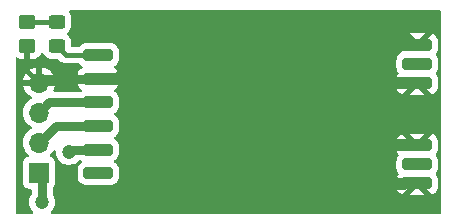
<source format=gbr>
G04 #@! TF.GenerationSoftware,KiCad,Pcbnew,8.0.1*
G04 #@! TF.CreationDate,2024-03-22T12:16:06+01:00*
G04 #@! TF.ProjectId,RTL8812AU_module,52544c38-3831-4324-9155-5f6d6f64756c,rev?*
G04 #@! TF.SameCoordinates,Original*
G04 #@! TF.FileFunction,Copper,L1,Top*
G04 #@! TF.FilePolarity,Positive*
%FSLAX46Y46*%
G04 Gerber Fmt 4.6, Leading zero omitted, Abs format (unit mm)*
G04 Created by KiCad (PCBNEW 8.0.1) date 2024-03-22 12:16:06*
%MOMM*%
%LPD*%
G01*
G04 APERTURE LIST*
G04 Aperture macros list*
%AMRoundRect*
0 Rectangle with rounded corners*
0 $1 Rounding radius*
0 $2 $3 $4 $5 $6 $7 $8 $9 X,Y pos of 4 corners*
0 Add a 4 corners polygon primitive as box body*
4,1,4,$2,$3,$4,$5,$6,$7,$8,$9,$2,$3,0*
0 Add four circle primitives for the rounded corners*
1,1,$1+$1,$2,$3*
1,1,$1+$1,$4,$5*
1,1,$1+$1,$6,$7*
1,1,$1+$1,$8,$9*
0 Add four rect primitives between the rounded corners*
20,1,$1+$1,$2,$3,$4,$5,0*
20,1,$1+$1,$4,$5,$6,$7,0*
20,1,$1+$1,$6,$7,$8,$9,0*
20,1,$1+$1,$8,$9,$2,$3,0*%
G04 Aperture macros list end*
G04 #@! TA.AperFunction,SMDPad,CuDef*
%ADD10RoundRect,0.250000X-1.000000X-0.250000X1.000000X-0.250000X1.000000X0.250000X-1.000000X0.250000X0*%
G04 #@! TD*
G04 #@! TA.AperFunction,SMDPad,CuDef*
%ADD11RoundRect,0.250000X0.450000X-0.350000X0.450000X0.350000X-0.450000X0.350000X-0.450000X-0.350000X0*%
G04 #@! TD*
G04 #@! TA.AperFunction,ComponentPad*
%ADD12R,1.700000X1.700000*%
G04 #@! TD*
G04 #@! TA.AperFunction,ComponentPad*
%ADD13O,1.700000X1.700000*%
G04 #@! TD*
G04 #@! TA.AperFunction,SMDPad,CuDef*
%ADD14RoundRect,0.250000X-0.450000X0.325000X-0.450000X-0.325000X0.450000X-0.325000X0.450000X0.325000X0*%
G04 #@! TD*
G04 #@! TA.AperFunction,ViaPad*
%ADD15C,1.200000*%
G04 #@! TD*
G04 #@! TA.AperFunction,Conductor*
%ADD16C,0.400000*%
G04 #@! TD*
G04 #@! TA.AperFunction,Conductor*
%ADD17C,0.800000*%
G04 #@! TD*
G04 #@! TA.AperFunction,Conductor*
%ADD18C,1.000000*%
G04 #@! TD*
G04 APERTURE END LIST*
D10*
G04 #@! TO.P,U1,12,H12_GND*
G04 #@! TO.N,GND*
X151000000Y-86400000D03*
G04 #@! TO.P,U1,11,H11_NC*
G04 #@! TO.N,unconnected-(U1-H11_NC-Pad11)*
X151000000Y-84800000D03*
G04 #@! TO.P,U1,10,H10_GND*
G04 #@! TO.N,GND*
X151000000Y-83200000D03*
G04 #@! TO.P,U1,9,H9_GND*
X151000000Y-77900000D03*
G04 #@! TO.P,U1,8,H8_NC*
G04 #@! TO.N,unconnected-(U1-H8_NC-Pad8)*
X151000000Y-76300000D03*
G04 #@! TO.P,U1,7,H7_GND*
G04 #@! TO.N,GND*
X151000000Y-74700000D03*
G04 #@! TO.P,U1,6,H6_Led*
G04 #@! TO.N,Net-(D1-A)*
X124000000Y-75550000D03*
G04 #@! TO.P,U1,5,H5_GND*
G04 #@! TO.N,GND*
X124000000Y-77550000D03*
G04 #@! TO.P,U1,4,DM+*
G04 #@! TO.N,/DP*
X124000000Y-79550000D03*
G04 #@! TO.P,U1,3,DM-*
G04 #@! TO.N,/DN*
X124000000Y-81550000D03*
G04 #@! TO.P,U1,2,H2_3v3*
G04 #@! TO.N,Net-(U1-H2_3v3)*
X124000000Y-83550000D03*
G04 #@! TO.P,U1,1,H1_PDN*
G04 #@! TO.N,unconnected-(U1-H1_PDN-Pad1)*
X124000000Y-85550000D03*
G04 #@! TD*
D11*
G04 #@! TO.P,R1,1*
G04 #@! TO.N,GND*
X118000000Y-74750000D03*
G04 #@! TO.P,R1,2*
G04 #@! TO.N,Net-(D1-K)*
X118000000Y-72750000D03*
G04 #@! TD*
D12*
G04 #@! TO.P,J1,1,Pin_1*
G04 #@! TO.N,Net-(J1-Pin_1)*
X119000000Y-85500000D03*
D13*
G04 #@! TO.P,J1,2,Pin_2*
G04 #@! TO.N,/DN*
X119000000Y-82960000D03*
G04 #@! TO.P,J1,3,Pin_3*
G04 #@! TO.N,/DP*
X119000000Y-80420000D03*
G04 #@! TO.P,J1,4,Pin_4*
G04 #@! TO.N,GND*
X119000000Y-77880000D03*
G04 #@! TD*
D14*
G04 #@! TO.P,D1,2,A*
G04 #@! TO.N,Net-(D1-A)*
X120500000Y-74775000D03*
G04 #@! TO.P,D1,1,K*
G04 #@! TO.N,Net-(D1-K)*
X120500000Y-72725000D03*
G04 #@! TD*
D15*
G04 #@! TO.N,GND*
X123000000Y-72750000D03*
G04 #@! TO.N,Net-(U1-H2_3v3)*
X121500000Y-83750000D03*
G04 #@! TO.N,Net-(J1-Pin_1)*
X119250000Y-88000000D03*
G04 #@! TD*
D16*
G04 #@! TO.N,Net-(D1-K)*
X118025000Y-72725000D02*
X118000000Y-72750000D01*
G04 #@! TO.N,GND*
X118000000Y-76880000D02*
X119000000Y-77880000D01*
G04 #@! TO.N,Net-(D1-K)*
X120500000Y-72725000D02*
X118025000Y-72725000D01*
G04 #@! TO.N,GND*
X118000000Y-74750000D02*
X118000000Y-76880000D01*
G04 #@! TO.N,Net-(D1-A)*
X121275000Y-75550000D02*
X120500000Y-74775000D01*
X124000000Y-75550000D02*
X121275000Y-75550000D01*
D17*
G04 #@! TO.N,Net-(J1-Pin_1)*
X119250000Y-85750000D02*
X119000000Y-85500000D01*
X119250000Y-88000000D02*
X119250000Y-85750000D01*
D18*
G04 #@! TO.N,GND*
X148050000Y-83200000D02*
X148000000Y-83250000D01*
X151000000Y-83200000D02*
X148050000Y-83200000D01*
X148000000Y-83250000D02*
X148000000Y-78000000D01*
X148000000Y-85250000D02*
X148000000Y-83250000D01*
X148100000Y-77900000D02*
X148000000Y-78000000D01*
X151000000Y-77900000D02*
X148100000Y-77900000D01*
X148000000Y-78000000D02*
X148000000Y-76250000D01*
X148000000Y-76250000D02*
X149550000Y-74700000D01*
X149250000Y-86500000D02*
X148000000Y-85250000D01*
X149550000Y-74700000D02*
X149950000Y-74700000D01*
X149999570Y-86400000D02*
X149899570Y-86500000D01*
X149899570Y-86500000D02*
X149250000Y-86500000D01*
X151000000Y-86400000D02*
X149999570Y-86400000D01*
X128250000Y-72500000D02*
X127000000Y-73750000D01*
X147750000Y-72500000D02*
X128250000Y-72500000D01*
X149950000Y-74700000D02*
X147750000Y-72500000D01*
X151000000Y-74700000D02*
X149950000Y-74700000D01*
D17*
X123000000Y-72750000D02*
X126000000Y-72750000D01*
X126000000Y-72750000D02*
X127000000Y-73750000D01*
D18*
X125700000Y-77550000D02*
X124000000Y-77550000D01*
X127000000Y-73750000D02*
X127000000Y-76250000D01*
X127000000Y-76250000D02*
X125700000Y-77550000D01*
D17*
X119330000Y-77550000D02*
X119000000Y-77880000D01*
G04 #@! TO.N,/DP*
X124000000Y-79550000D02*
X119870000Y-79550000D01*
G04 #@! TO.N,/DN*
X124000000Y-81550000D02*
X120410000Y-81550000D01*
G04 #@! TO.N,GND*
X124000000Y-77550000D02*
X119330000Y-77550000D01*
G04 #@! TO.N,/DN*
X120410000Y-81550000D02*
X119000000Y-82960000D01*
G04 #@! TO.N,/DP*
X119870000Y-79550000D02*
X119000000Y-80420000D01*
G04 #@! TO.N,Net-(U1-H2_3v3)*
X121700000Y-83550000D02*
X121500000Y-83750000D01*
X124000000Y-83550000D02*
X121700000Y-83550000D01*
G04 #@! TD*
G04 #@! TA.AperFunction,Conductor*
G04 #@! TO.N,GND*
G36*
X118193039Y-74519685D02*
G01*
X118238794Y-74572489D01*
X118250000Y-74624000D01*
X118250000Y-75849999D01*
X118499972Y-75849999D01*
X118499986Y-75849998D01*
X118602697Y-75839505D01*
X118769119Y-75784358D01*
X118769124Y-75784356D01*
X118918345Y-75692315D01*
X119042315Y-75568345D01*
X119134356Y-75419124D01*
X119137341Y-75412722D01*
X119183510Y-75360280D01*
X119250702Y-75341123D01*
X119317585Y-75361334D01*
X119361658Y-75413013D01*
X119362136Y-75412791D01*
X119365187Y-75419336D01*
X119379823Y-75443065D01*
X119457288Y-75568656D01*
X119581344Y-75692712D01*
X119730666Y-75784814D01*
X119897203Y-75839999D01*
X119999991Y-75850500D01*
X120533479Y-75850499D01*
X120600518Y-75870183D01*
X120621160Y-75886818D01*
X120828454Y-76094112D01*
X120866203Y-76119335D01*
X120943182Y-76170771D01*
X120943195Y-76170778D01*
X121070667Y-76223578D01*
X121070672Y-76223580D01*
X121070676Y-76223580D01*
X121070677Y-76223581D01*
X121206004Y-76250500D01*
X121206007Y-76250500D01*
X122337769Y-76250500D01*
X122404808Y-76270185D01*
X122425450Y-76286818D01*
X122531344Y-76392712D01*
X122531346Y-76392713D01*
X122615718Y-76444754D01*
X122662443Y-76496702D01*
X122673666Y-76565664D01*
X122645822Y-76629747D01*
X122615720Y-76655831D01*
X122531656Y-76707682D01*
X122407684Y-76831654D01*
X122315643Y-76980875D01*
X122315641Y-76980880D01*
X122260494Y-77147302D01*
X122260493Y-77147309D01*
X122250000Y-77250013D01*
X122250000Y-77849971D01*
X122250001Y-77849987D01*
X122260494Y-77952697D01*
X122315641Y-78119119D01*
X122315643Y-78119124D01*
X122407684Y-78268345D01*
X122531654Y-78392315D01*
X122576475Y-78419961D01*
X122623199Y-78471909D01*
X122634422Y-78540872D01*
X122606578Y-78604954D01*
X122548510Y-78643810D01*
X122511378Y-78649500D01*
X120325377Y-78649500D01*
X120258338Y-78629815D01*
X120212583Y-78577011D01*
X120202639Y-78507853D01*
X120212995Y-78473095D01*
X120273430Y-78343492D01*
X120273432Y-78343486D01*
X120330636Y-78130000D01*
X119433012Y-78130000D01*
X119465925Y-78072993D01*
X119500000Y-77945826D01*
X119500000Y-77814174D01*
X119465925Y-77687007D01*
X119433012Y-77630000D01*
X120330636Y-77630000D01*
X120330635Y-77629999D01*
X120273432Y-77416513D01*
X120273429Y-77416507D01*
X120173600Y-77202422D01*
X120173599Y-77202420D01*
X120038113Y-77008926D01*
X120038108Y-77008920D01*
X119871082Y-76841894D01*
X119677578Y-76706399D01*
X119463492Y-76606570D01*
X119463486Y-76606567D01*
X119250000Y-76549364D01*
X119250000Y-77446988D01*
X119192993Y-77414075D01*
X119065826Y-77380000D01*
X118934174Y-77380000D01*
X118807007Y-77414075D01*
X118750000Y-77446988D01*
X118750000Y-76549364D01*
X118749999Y-76549364D01*
X118536513Y-76606567D01*
X118536507Y-76606570D01*
X118322422Y-76706399D01*
X118322420Y-76706400D01*
X118128926Y-76841886D01*
X118128920Y-76841891D01*
X117961891Y-77008920D01*
X117961886Y-77008926D01*
X117826400Y-77202420D01*
X117826399Y-77202422D01*
X117726570Y-77416507D01*
X117726567Y-77416513D01*
X117669364Y-77629999D01*
X117669364Y-77630000D01*
X118566988Y-77630000D01*
X118534075Y-77687007D01*
X118500000Y-77814174D01*
X118500000Y-77945826D01*
X118534075Y-78072993D01*
X118566988Y-78130000D01*
X117669364Y-78130000D01*
X117726567Y-78343486D01*
X117726570Y-78343492D01*
X117826399Y-78557578D01*
X117961894Y-78751082D01*
X118128917Y-78918105D01*
X118314595Y-79048119D01*
X118358219Y-79102696D01*
X118365412Y-79172195D01*
X118333890Y-79234549D01*
X118314595Y-79251269D01*
X118128594Y-79381508D01*
X117961505Y-79548597D01*
X117825965Y-79742169D01*
X117825964Y-79742171D01*
X117726098Y-79956335D01*
X117726094Y-79956344D01*
X117664938Y-80184586D01*
X117664936Y-80184596D01*
X117644341Y-80419999D01*
X117644341Y-80420000D01*
X117664936Y-80655403D01*
X117664938Y-80655413D01*
X117726094Y-80883655D01*
X117726096Y-80883659D01*
X117726097Y-80883663D01*
X117825965Y-81097830D01*
X117825967Y-81097834D01*
X117961501Y-81291395D01*
X117961506Y-81291402D01*
X118128597Y-81458493D01*
X118128603Y-81458498D01*
X118314158Y-81588425D01*
X118357783Y-81643002D01*
X118364977Y-81712500D01*
X118333454Y-81774855D01*
X118314158Y-81791575D01*
X118128597Y-81921505D01*
X117961505Y-82088597D01*
X117825965Y-82282169D01*
X117825964Y-82282171D01*
X117726098Y-82496335D01*
X117726094Y-82496344D01*
X117664938Y-82724586D01*
X117664936Y-82724596D01*
X117644341Y-82959999D01*
X117644341Y-82960000D01*
X117664936Y-83195403D01*
X117664938Y-83195413D01*
X117726094Y-83423655D01*
X117726096Y-83423659D01*
X117726097Y-83423663D01*
X117803460Y-83589567D01*
X117825965Y-83637830D01*
X117825967Y-83637834D01*
X117904507Y-83750000D01*
X117961501Y-83831396D01*
X117961506Y-83831402D01*
X118083430Y-83953326D01*
X118116915Y-84014649D01*
X118111931Y-84084341D01*
X118070059Y-84140274D01*
X118039083Y-84157189D01*
X117907669Y-84206203D01*
X117907664Y-84206206D01*
X117792455Y-84292452D01*
X117792452Y-84292455D01*
X117706206Y-84407664D01*
X117706202Y-84407671D01*
X117655908Y-84542517D01*
X117650573Y-84592147D01*
X117649501Y-84602123D01*
X117649500Y-84602135D01*
X117649500Y-86397870D01*
X117649501Y-86397876D01*
X117655908Y-86457483D01*
X117706202Y-86592328D01*
X117706206Y-86592335D01*
X117792452Y-86707544D01*
X117792455Y-86707547D01*
X117907664Y-86793793D01*
X117907671Y-86793797D01*
X117931515Y-86802690D01*
X118042517Y-86844091D01*
X118102127Y-86850500D01*
X118225500Y-86850499D01*
X118292539Y-86870183D01*
X118338294Y-86922987D01*
X118349500Y-86974499D01*
X118349500Y-87324744D01*
X118329815Y-87391783D01*
X118324457Y-87399467D01*
X118310330Y-87418175D01*
X118310323Y-87418185D01*
X118219422Y-87600739D01*
X118219417Y-87600752D01*
X118163602Y-87796917D01*
X118144785Y-87999999D01*
X118144785Y-88000000D01*
X118163602Y-88203082D01*
X118219417Y-88399247D01*
X118219422Y-88399260D01*
X118310327Y-88581821D01*
X118433237Y-88744581D01*
X118476328Y-88783863D01*
X118512610Y-88843574D01*
X118510849Y-88913422D01*
X118471606Y-88971229D01*
X118407339Y-88998644D01*
X118392790Y-88999500D01*
X117124500Y-88999500D01*
X117057461Y-88979815D01*
X117011706Y-88927011D01*
X117000500Y-88875500D01*
X117000500Y-75864434D01*
X117020185Y-75797395D01*
X117072989Y-75751640D01*
X117142147Y-75741696D01*
X117189597Y-75758896D01*
X117230869Y-75784353D01*
X117230880Y-75784358D01*
X117397302Y-75839505D01*
X117397309Y-75839506D01*
X117500019Y-75849999D01*
X117749999Y-75849999D01*
X117750000Y-75849998D01*
X117750000Y-74624000D01*
X117769685Y-74556961D01*
X117822489Y-74511206D01*
X117874000Y-74500000D01*
X118126000Y-74500000D01*
X118193039Y-74519685D01*
G37*
G04 #@! TD.AperFunction*
G04 #@! TA.AperFunction,Conductor*
G36*
X152942539Y-71770185D02*
G01*
X152988294Y-71822989D01*
X152999500Y-71874500D01*
X152999500Y-88875500D01*
X152979815Y-88942539D01*
X152927011Y-88988294D01*
X152875500Y-88999500D01*
X120107210Y-88999500D01*
X120040171Y-88979815D01*
X119994416Y-88927011D01*
X119984472Y-88857853D01*
X120013497Y-88794297D01*
X120023672Y-88783863D01*
X120066762Y-88744581D01*
X120066764Y-88744579D01*
X120189673Y-88581821D01*
X120280582Y-88399250D01*
X120336397Y-88203083D01*
X120355215Y-88000000D01*
X120336397Y-87796917D01*
X120280582Y-87600750D01*
X120189673Y-87418179D01*
X120180270Y-87405728D01*
X120175944Y-87399998D01*
X150353553Y-87399998D01*
X150353554Y-87399999D01*
X151646445Y-87399999D01*
X151646445Y-87399998D01*
X151000001Y-86753553D01*
X151000000Y-86753553D01*
X150353553Y-87399998D01*
X120175944Y-87399998D01*
X120175543Y-87399467D01*
X120150854Y-87334105D01*
X120150500Y-87324744D01*
X120150500Y-86812320D01*
X120170185Y-86745281D01*
X120200192Y-86713051D01*
X120207546Y-86707546D01*
X120293796Y-86592331D01*
X120344091Y-86457483D01*
X120350500Y-86397873D01*
X120350499Y-84602128D01*
X120344091Y-84542517D01*
X120328232Y-84499998D01*
X120293797Y-84407671D01*
X120293793Y-84407664D01*
X120207547Y-84292455D01*
X120207544Y-84292452D01*
X120092335Y-84206206D01*
X120092328Y-84206202D01*
X119960917Y-84157189D01*
X119904983Y-84115318D01*
X119880566Y-84049853D01*
X119895418Y-83981580D01*
X119916563Y-83953332D01*
X120038495Y-83831401D01*
X120172245Y-83640385D01*
X120226822Y-83596761D01*
X120296320Y-83589567D01*
X120358675Y-83621090D01*
X120394089Y-83681320D01*
X120397291Y-83722948D01*
X120394785Y-83749996D01*
X120394785Y-83750000D01*
X120413602Y-83953082D01*
X120469417Y-84149247D01*
X120469422Y-84149260D01*
X120560327Y-84331821D01*
X120683237Y-84494581D01*
X120833958Y-84631980D01*
X120833960Y-84631982D01*
X120872271Y-84655703D01*
X121007363Y-84739348D01*
X121197544Y-84813024D01*
X121398024Y-84850500D01*
X121398026Y-84850500D01*
X121601974Y-84850500D01*
X121601976Y-84850500D01*
X121802456Y-84813024D01*
X121992637Y-84739348D01*
X122166041Y-84631981D01*
X122316764Y-84494579D01*
X122316765Y-84494578D01*
X122320063Y-84490961D01*
X122379774Y-84454680D01*
X122411699Y-84450500D01*
X122510426Y-84450500D01*
X122577465Y-84470185D01*
X122623220Y-84522989D01*
X122633164Y-84592147D01*
X122604139Y-84655703D01*
X122575522Y-84680039D01*
X122531344Y-84707287D01*
X122407289Y-84831342D01*
X122315187Y-84980663D01*
X122315186Y-84980666D01*
X122260001Y-85147203D01*
X122260001Y-85147204D01*
X122260000Y-85147204D01*
X122249500Y-85249983D01*
X122249500Y-85850001D01*
X122249501Y-85850019D01*
X122260000Y-85952796D01*
X122260001Y-85952799D01*
X122308783Y-86100012D01*
X122315186Y-86119334D01*
X122407288Y-86268656D01*
X122531344Y-86392712D01*
X122680666Y-86484814D01*
X122847203Y-86539999D01*
X122949991Y-86550500D01*
X125050008Y-86550499D01*
X125152797Y-86539999D01*
X125319334Y-86484814D01*
X125468656Y-86392712D01*
X125592712Y-86268656D01*
X125684814Y-86119334D01*
X125739999Y-85952797D01*
X125750500Y-85850009D01*
X125750499Y-85249992D01*
X125739999Y-85147203D01*
X125724358Y-85100001D01*
X149249500Y-85100001D01*
X149249501Y-85100019D01*
X149260000Y-85202796D01*
X149260001Y-85202799D01*
X149315185Y-85369331D01*
X149315186Y-85369334D01*
X149407288Y-85518656D01*
X149407292Y-85518660D01*
X149411116Y-85523497D01*
X149437254Y-85588294D01*
X149424212Y-85656935D01*
X149411122Y-85677305D01*
X149407687Y-85681649D01*
X149315643Y-85830875D01*
X149315641Y-85830880D01*
X149260494Y-85997302D01*
X149260493Y-85997309D01*
X149250000Y-86100013D01*
X149250000Y-86699971D01*
X149250001Y-86699987D01*
X149260494Y-86802697D01*
X149315641Y-86969119D01*
X149315643Y-86969124D01*
X149407684Y-87118345D01*
X149531654Y-87242315D01*
X149680881Y-87334359D01*
X149680882Y-87334360D01*
X149704318Y-87342126D01*
X149704321Y-87342125D01*
X150912319Y-86134128D01*
X150973642Y-86100643D01*
X151043334Y-86105627D01*
X151087681Y-86134128D01*
X152295678Y-87342125D01*
X152319119Y-87334359D01*
X152468345Y-87242315D01*
X152592315Y-87118345D01*
X152684356Y-86969124D01*
X152684358Y-86969119D01*
X152739505Y-86802697D01*
X152739506Y-86802690D01*
X152749999Y-86699986D01*
X152749999Y-86100028D01*
X152749998Y-86100012D01*
X152739505Y-85997302D01*
X152684358Y-85830880D01*
X152684356Y-85830875D01*
X152592314Y-85681653D01*
X152588886Y-85677317D01*
X152562745Y-85612521D01*
X152575786Y-85543879D01*
X152588884Y-85523497D01*
X152592706Y-85518661D01*
X152592712Y-85518656D01*
X152684814Y-85369334D01*
X152739999Y-85202797D01*
X152750500Y-85100009D01*
X152750499Y-84499992D01*
X152749576Y-84490961D01*
X152739999Y-84397203D01*
X152739998Y-84397200D01*
X152738511Y-84392712D01*
X152684814Y-84230666D01*
X152592712Y-84081344D01*
X152592710Y-84081342D01*
X152588884Y-84076503D01*
X152562745Y-84011707D01*
X152575787Y-83943065D01*
X152588886Y-83922683D01*
X152592314Y-83918346D01*
X152684356Y-83769124D01*
X152684358Y-83769119D01*
X152739505Y-83602697D01*
X152739506Y-83602690D01*
X152749999Y-83499986D01*
X152749999Y-82900028D01*
X152749998Y-82900012D01*
X152739505Y-82797302D01*
X152684358Y-82630880D01*
X152684356Y-82630875D01*
X152592315Y-82481654D01*
X152468344Y-82357683D01*
X152468340Y-82357680D01*
X152319128Y-82265645D01*
X152319126Y-82265644D01*
X152295678Y-82257873D01*
X151087680Y-83465871D01*
X151026357Y-83499356D01*
X150956665Y-83494372D01*
X150912318Y-83465871D01*
X149704320Y-82257872D01*
X149680882Y-82265639D01*
X149531654Y-82357684D01*
X149407684Y-82481654D01*
X149315643Y-82630875D01*
X149315641Y-82630880D01*
X149260494Y-82797302D01*
X149260493Y-82797309D01*
X149250000Y-82900013D01*
X149250000Y-83499971D01*
X149250001Y-83499987D01*
X149260494Y-83602697D01*
X149315641Y-83769119D01*
X149315643Y-83769124D01*
X149407684Y-83918346D01*
X149411114Y-83922683D01*
X149437254Y-83987479D01*
X149424213Y-84056121D01*
X149411126Y-84076487D01*
X149407297Y-84081330D01*
X149407290Y-84081342D01*
X149407288Y-84081344D01*
X149379646Y-84126157D01*
X149315187Y-84230663D01*
X149315186Y-84230666D01*
X149260001Y-84397203D01*
X149260001Y-84397204D01*
X149260000Y-84397204D01*
X149249500Y-84499983D01*
X149249500Y-85100001D01*
X125724358Y-85100001D01*
X125684814Y-84980666D01*
X125592712Y-84831344D01*
X125468656Y-84707288D01*
X125468655Y-84707287D01*
X125384757Y-84655539D01*
X125338032Y-84603591D01*
X125326809Y-84534629D01*
X125354653Y-84470546D01*
X125384757Y-84444461D01*
X125444403Y-84407671D01*
X125468656Y-84392712D01*
X125592712Y-84268656D01*
X125684814Y-84119334D01*
X125739999Y-83952797D01*
X125750500Y-83850009D01*
X125750499Y-83249992D01*
X125742343Y-83170154D01*
X125739999Y-83147203D01*
X125739998Y-83147200D01*
X125715090Y-83072034D01*
X125684814Y-82980666D01*
X125592712Y-82831344D01*
X125468656Y-82707288D01*
X125468655Y-82707287D01*
X125384757Y-82655539D01*
X125338032Y-82603591D01*
X125326809Y-82534629D01*
X125354653Y-82470546D01*
X125384757Y-82444461D01*
X125468656Y-82392712D01*
X125592712Y-82268656D01*
X125635059Y-82200000D01*
X150353553Y-82200000D01*
X151000000Y-82846446D01*
X151000001Y-82846446D01*
X151646445Y-82200000D01*
X150353553Y-82200000D01*
X125635059Y-82200000D01*
X125684814Y-82119334D01*
X125739999Y-81952797D01*
X125750500Y-81850009D01*
X125750499Y-81249992D01*
X125739999Y-81147203D01*
X125684814Y-80980666D01*
X125592712Y-80831344D01*
X125468656Y-80707288D01*
X125468655Y-80707287D01*
X125384757Y-80655539D01*
X125338032Y-80603591D01*
X125326809Y-80534629D01*
X125354653Y-80470546D01*
X125384757Y-80444461D01*
X125468656Y-80392712D01*
X125592712Y-80268656D01*
X125684814Y-80119334D01*
X125739999Y-79952797D01*
X125750500Y-79850009D01*
X125750499Y-79249992D01*
X125748921Y-79234549D01*
X125739999Y-79147203D01*
X125739998Y-79147200D01*
X125684814Y-78980666D01*
X125635058Y-78899998D01*
X150353553Y-78899998D01*
X150353554Y-78899999D01*
X151646445Y-78899999D01*
X151646445Y-78899998D01*
X151000001Y-78253553D01*
X151000000Y-78253553D01*
X150353553Y-78899998D01*
X125635058Y-78899998D01*
X125592712Y-78831344D01*
X125468656Y-78707288D01*
X125384279Y-78655244D01*
X125337556Y-78603297D01*
X125326333Y-78534334D01*
X125354177Y-78470252D01*
X125384281Y-78444167D01*
X125468343Y-78392317D01*
X125592315Y-78268345D01*
X125684356Y-78119124D01*
X125684358Y-78119119D01*
X125739505Y-77952697D01*
X125739506Y-77952690D01*
X125749999Y-77849986D01*
X125749999Y-77250028D01*
X125749998Y-77250012D01*
X125739505Y-77147302D01*
X125684358Y-76980880D01*
X125684356Y-76980875D01*
X125592315Y-76831654D01*
X125468344Y-76707683D01*
X125468340Y-76707680D01*
X125384280Y-76655831D01*
X125337555Y-76603883D01*
X125336923Y-76600001D01*
X149249500Y-76600001D01*
X149249501Y-76600019D01*
X149260000Y-76702796D01*
X149260001Y-76702799D01*
X149302700Y-76831654D01*
X149315186Y-76869334D01*
X149407288Y-77018656D01*
X149407292Y-77018660D01*
X149411116Y-77023497D01*
X149437254Y-77088294D01*
X149424212Y-77156935D01*
X149411122Y-77177305D01*
X149407687Y-77181649D01*
X149315643Y-77330875D01*
X149315641Y-77330880D01*
X149260494Y-77497302D01*
X149260493Y-77497309D01*
X149250000Y-77600013D01*
X149250000Y-78199971D01*
X149250001Y-78199987D01*
X149260494Y-78302697D01*
X149315641Y-78469119D01*
X149315643Y-78469124D01*
X149407684Y-78618345D01*
X149531654Y-78742315D01*
X149680881Y-78834359D01*
X149680882Y-78834360D01*
X149704318Y-78842126D01*
X149704321Y-78842125D01*
X150912319Y-77634128D01*
X150973642Y-77600643D01*
X151043334Y-77605627D01*
X151087681Y-77634128D01*
X152295678Y-78842125D01*
X152319119Y-78834359D01*
X152468345Y-78742315D01*
X152592315Y-78618345D01*
X152684356Y-78469124D01*
X152684358Y-78469119D01*
X152739505Y-78302697D01*
X152739506Y-78302690D01*
X152749999Y-78199986D01*
X152749999Y-77600028D01*
X152749998Y-77600012D01*
X152739505Y-77497302D01*
X152684358Y-77330880D01*
X152684356Y-77330875D01*
X152592314Y-77181653D01*
X152588886Y-77177317D01*
X152562745Y-77112521D01*
X152575786Y-77043879D01*
X152588884Y-77023497D01*
X152592706Y-77018661D01*
X152592712Y-77018656D01*
X152684814Y-76869334D01*
X152739999Y-76702797D01*
X152750500Y-76600009D01*
X152750499Y-75999992D01*
X152739999Y-75897203D01*
X152684814Y-75730666D01*
X152592712Y-75581344D01*
X152592710Y-75581342D01*
X152588884Y-75576503D01*
X152562745Y-75511707D01*
X152575787Y-75443065D01*
X152588886Y-75422683D01*
X152592314Y-75418346D01*
X152684356Y-75269124D01*
X152684358Y-75269119D01*
X152739505Y-75102697D01*
X152739506Y-75102690D01*
X152749999Y-74999986D01*
X152749999Y-74400028D01*
X152749998Y-74400012D01*
X152739505Y-74297302D01*
X152684358Y-74130880D01*
X152684356Y-74130875D01*
X152592315Y-73981654D01*
X152468344Y-73857683D01*
X152468340Y-73857680D01*
X152319128Y-73765645D01*
X152319126Y-73765644D01*
X152295678Y-73757873D01*
X151087680Y-74965871D01*
X151026357Y-74999356D01*
X150956665Y-74994372D01*
X150912318Y-74965871D01*
X149704320Y-73757872D01*
X149680882Y-73765639D01*
X149531654Y-73857684D01*
X149407684Y-73981654D01*
X149315643Y-74130875D01*
X149315641Y-74130880D01*
X149260494Y-74297302D01*
X149260493Y-74297309D01*
X149250000Y-74400013D01*
X149250000Y-74999971D01*
X149250001Y-74999987D01*
X149260494Y-75102697D01*
X149315641Y-75269119D01*
X149315643Y-75269124D01*
X149407684Y-75418346D01*
X149411114Y-75422683D01*
X149437254Y-75487479D01*
X149424213Y-75556121D01*
X149411126Y-75576487D01*
X149407297Y-75581330D01*
X149315187Y-75730663D01*
X149315186Y-75730666D01*
X149260001Y-75897203D01*
X149260001Y-75897204D01*
X149260000Y-75897204D01*
X149249500Y-75999983D01*
X149249500Y-76600001D01*
X125336923Y-76600001D01*
X125326334Y-76534921D01*
X125354177Y-76470839D01*
X125384278Y-76444756D01*
X125468656Y-76392712D01*
X125592712Y-76268656D01*
X125684814Y-76119334D01*
X125739999Y-75952797D01*
X125750500Y-75850009D01*
X125750499Y-75249992D01*
X125739999Y-75147203D01*
X125684814Y-74980666D01*
X125592712Y-74831344D01*
X125468656Y-74707288D01*
X125319334Y-74615186D01*
X125152797Y-74560001D01*
X125152795Y-74560000D01*
X125050010Y-74549500D01*
X122949998Y-74549500D01*
X122949981Y-74549501D01*
X122847203Y-74560000D01*
X122847200Y-74560001D01*
X122680668Y-74615185D01*
X122680663Y-74615187D01*
X122531345Y-74707287D01*
X122425450Y-74813182D01*
X122364127Y-74846666D01*
X122337769Y-74849500D01*
X121824500Y-74849500D01*
X121757461Y-74829815D01*
X121711706Y-74777011D01*
X121700500Y-74725500D01*
X121700499Y-74399999D01*
X121700498Y-74399980D01*
X121689999Y-74297203D01*
X121689998Y-74297200D01*
X121634814Y-74130666D01*
X121542712Y-73981344D01*
X121418656Y-73857288D01*
X121415819Y-73855538D01*
X121414283Y-73853830D01*
X121412989Y-73852807D01*
X121413163Y-73852585D01*
X121369096Y-73803594D01*
X121357872Y-73734632D01*
X121372918Y-73700000D01*
X150353553Y-73700000D01*
X151000000Y-74346446D01*
X151000001Y-74346446D01*
X151646445Y-73700000D01*
X150353553Y-73700000D01*
X121372918Y-73700000D01*
X121385713Y-73670549D01*
X121415817Y-73644462D01*
X121418656Y-73642712D01*
X121542712Y-73518656D01*
X121634814Y-73369334D01*
X121689999Y-73202797D01*
X121700500Y-73100009D01*
X121700499Y-72349992D01*
X121689999Y-72247203D01*
X121634814Y-72080666D01*
X121547802Y-71939596D01*
X121529362Y-71872204D01*
X121550285Y-71805541D01*
X121603927Y-71760771D01*
X121653341Y-71750500D01*
X152875500Y-71750500D01*
X152942539Y-71770185D01*
G37*
G04 #@! TD.AperFunction*
G04 #@! TD*
M02*

</source>
